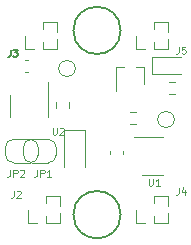
<source format=gbr>
G04 #@! TF.GenerationSoftware,KiCad,Pcbnew,5.1.8*
G04 #@! TF.CreationDate,2020-11-15T22:35:16+01:00*
G04 #@! TF.ProjectId,charging,63686172-6769-46e6-972e-6b696361645f,rev?*
G04 #@! TF.SameCoordinates,PX2fb84f0PY2fb84f0*
G04 #@! TF.FileFunction,Legend,Top*
G04 #@! TF.FilePolarity,Positive*
%FSLAX46Y46*%
G04 Gerber Fmt 4.6, Leading zero omitted, Abs format (unit mm)*
G04 Created by KiCad (PCBNEW 5.1.8) date 2020-11-15 22:35:16*
%MOMM*%
%LPD*%
G01*
G04 APERTURE LIST*
%ADD10C,0.120000*%
%ADD11C,0.150000*%
G04 APERTURE END LIST*
D10*
X3304000Y-8476000D02*
X3304000Y-7366000D01*
X4064000Y-8476000D02*
X3304000Y-8476000D01*
X4824000Y-6802529D02*
X4824000Y-6256000D01*
X4824000Y-8476000D02*
X4824000Y-7929471D01*
X4824000Y-6256000D02*
X6029000Y-6256000D01*
X4824000Y-8476000D02*
X6029000Y-8476000D01*
X6029000Y-7058470D02*
X6029000Y-6256000D01*
X6029000Y-8476000D02*
X6029000Y-7673530D01*
X3304000Y6256000D02*
X3304000Y7366000D01*
X4064000Y6256000D02*
X3304000Y6256000D01*
X4824000Y7929471D02*
X4824000Y8476000D01*
X4824000Y6256000D02*
X4824000Y6802529D01*
X4824000Y8476000D02*
X6029000Y8476000D01*
X4824000Y6256000D02*
X6029000Y6256000D01*
X6029000Y7673530D02*
X6029000Y8476000D01*
X6029000Y6256000D02*
X6029000Y7058470D01*
X-6094000Y6256000D02*
X-6094000Y7366000D01*
X-5334000Y6256000D02*
X-6094000Y6256000D01*
X-4574000Y7929471D02*
X-4574000Y8476000D01*
X-4574000Y6256000D02*
X-4574000Y6802529D01*
X-4574000Y8476000D02*
X-3369000Y8476000D01*
X-4574000Y6256000D02*
X-3369000Y6256000D01*
X-3369000Y7673530D02*
X-3369000Y8476000D01*
X-3369000Y6256000D02*
X-3369000Y7058470D01*
X-5840000Y-8476000D02*
X-5840000Y-7366000D01*
X-5080000Y-8476000D02*
X-5840000Y-8476000D01*
X-4320000Y-6802529D02*
X-4320000Y-6256000D01*
X-4320000Y-8476000D02*
X-4320000Y-7929471D01*
X-4320000Y-6256000D02*
X-3115000Y-6256000D01*
X-4320000Y-8476000D02*
X-3115000Y-8476000D01*
X-3115000Y-7058470D02*
X-3115000Y-6256000D01*
X-3115000Y-8476000D02*
X-3115000Y-7673530D01*
X-1840000Y4572000D02*
G75*
G03*
X-1840000Y4572000I-700000J0D01*
G01*
X6542000Y254000D02*
G75*
G03*
X6542000Y254000I-700000J0D01*
G01*
D11*
X2000000Y7800000D02*
G75*
G03*
X2000000Y7800000I-2000000J0D01*
G01*
X2000000Y-7800000D02*
G75*
G03*
X2000000Y-7800000I-2000000J0D01*
G01*
D10*
X3302724Y-141500D02*
X2793276Y-141500D01*
X3302724Y903500D02*
X2793276Y903500D01*
X3294000Y4667000D02*
X3954000Y4667000D01*
X1634000Y4667000D02*
X2294000Y4667000D01*
X1634000Y4667000D02*
X1634000Y2637000D01*
X3954000Y3257000D02*
X3954000Y4667000D01*
X-6241000Y-2113000D02*
G75*
G02*
X-5541000Y-1413000I700000J0D01*
G01*
X-5541000Y-3413000D02*
G75*
G02*
X-6241000Y-2713000I0J700000D01*
G01*
X-3441000Y-2713000D02*
G75*
G02*
X-4141000Y-3413000I-700000J0D01*
G01*
X-4141000Y-1413000D02*
G75*
G02*
X-3441000Y-2113000I0J-700000D01*
G01*
X-6241000Y-2713000D02*
X-6241000Y-2113000D01*
X-4141000Y-3413000D02*
X-5541000Y-3413000D01*
X-3441000Y-2113000D02*
X-3441000Y-2713000D01*
X-5541000Y-1413000D02*
X-4141000Y-1413000D01*
X-4965000Y-2713000D02*
G75*
G02*
X-5665000Y-3413000I-700000J0D01*
G01*
X-5665000Y-1413000D02*
G75*
G02*
X-4965000Y-2113000I0J-700000D01*
G01*
X-7765000Y-2113000D02*
G75*
G02*
X-7065000Y-1413000I700000J0D01*
G01*
X-7065000Y-3413000D02*
G75*
G02*
X-7765000Y-2713000I0J700000D01*
G01*
X-4965000Y-2113000D02*
X-4965000Y-2713000D01*
X-7065000Y-1413000D02*
X-5665000Y-1413000D01*
X-7765000Y-2713000D02*
X-7765000Y-2113000D01*
X-5665000Y-3413000D02*
X-7065000Y-3413000D01*
X-3443500Y1269276D02*
X-3443500Y1778724D01*
X-2398500Y1269276D02*
X-2398500Y1778724D01*
X3799000Y-4404000D02*
X5599000Y-4404000D01*
X5599000Y-1184000D02*
X3149000Y-1184000D01*
X6095276Y3443500D02*
X6604724Y3443500D01*
X6095276Y2398500D02*
X6604724Y2398500D01*
X-7325000Y2297000D02*
X-7325000Y497000D01*
X-4105000Y497000D02*
X-4105000Y3447000D01*
X-1055000Y-640000D02*
X-2755000Y-640000D01*
X-2755000Y-640000D02*
X-2755000Y-3790000D01*
X-1055000Y-640000D02*
X-1055000Y-3790000D01*
X-6115267Y5336000D02*
X-5822733Y5336000D01*
X-6115267Y4316000D02*
X-5822733Y4316000D01*
X7150000Y5561000D02*
X4690000Y5561000D01*
X4690000Y5561000D02*
X4690000Y4091000D01*
X4690000Y4091000D02*
X7150000Y4091000D01*
X2161000Y-2393733D02*
X2161000Y-2686267D01*
X1141000Y-2393733D02*
X1141000Y-2686267D01*
X6912000Y-5513428D02*
X6912000Y-5942000D01*
X6883428Y-6027714D01*
X6826285Y-6084857D01*
X6740571Y-6113428D01*
X6683428Y-6113428D01*
X7454857Y-5713428D02*
X7454857Y-6113428D01*
X7312000Y-5484857D02*
X7169142Y-5913428D01*
X7540571Y-5913428D01*
X6912000Y6424572D02*
X6912000Y5996000D01*
X6883428Y5910286D01*
X6826285Y5853143D01*
X6740571Y5824572D01*
X6683428Y5824572D01*
X7483428Y6424572D02*
X7197714Y6424572D01*
X7169142Y6138858D01*
X7197714Y6167429D01*
X7254857Y6196000D01*
X7397714Y6196000D01*
X7454857Y6167429D01*
X7483428Y6138858D01*
X7512000Y6081715D01*
X7512000Y5938858D01*
X7483428Y5881715D01*
X7454857Y5853143D01*
X7397714Y5824572D01*
X7254857Y5824572D01*
X7197714Y5853143D01*
X7169142Y5881715D01*
D11*
X-7312000Y6170572D02*
X-7312000Y5742000D01*
X-7340572Y5656286D01*
X-7397715Y5599143D01*
X-7483429Y5570572D01*
X-7540572Y5570572D01*
X-7083429Y6170572D02*
X-6712000Y6170572D01*
X-6912000Y5942000D01*
X-6826286Y5942000D01*
X-6769143Y5913429D01*
X-6740572Y5884858D01*
X-6712000Y5827715D01*
X-6712000Y5684858D01*
X-6740572Y5627715D01*
X-6769143Y5599143D01*
X-6826286Y5570572D01*
X-6997715Y5570572D01*
X-7054858Y5599143D01*
X-7083429Y5627715D01*
D10*
X-7058000Y-5767428D02*
X-7058000Y-6196000D01*
X-7086572Y-6281714D01*
X-7143715Y-6338857D01*
X-7229429Y-6367428D01*
X-7286572Y-6367428D01*
X-6800858Y-5824571D02*
X-6772286Y-5796000D01*
X-6715143Y-5767428D01*
X-6572286Y-5767428D01*
X-6515143Y-5796000D01*
X-6486572Y-5824571D01*
X-6458000Y-5881714D01*
X-6458000Y-5938857D01*
X-6486572Y-6024571D01*
X-6829429Y-6367428D01*
X-6458000Y-6367428D01*
X-5072000Y-3989428D02*
X-5072000Y-4418000D01*
X-5100572Y-4503714D01*
X-5157715Y-4560857D01*
X-5243429Y-4589428D01*
X-5300572Y-4589428D01*
X-4786286Y-4589428D02*
X-4786286Y-3989428D01*
X-4557715Y-3989428D01*
X-4500572Y-4018000D01*
X-4472000Y-4046571D01*
X-4443429Y-4103714D01*
X-4443429Y-4189428D01*
X-4472000Y-4246571D01*
X-4500572Y-4275142D01*
X-4557715Y-4303714D01*
X-4786286Y-4303714D01*
X-3872000Y-4589428D02*
X-4214858Y-4589428D01*
X-4043429Y-4589428D02*
X-4043429Y-3989428D01*
X-4100572Y-4075142D01*
X-4157715Y-4132285D01*
X-4214858Y-4160857D01*
X-7358000Y-3989428D02*
X-7358000Y-4418000D01*
X-7386572Y-4503714D01*
X-7443715Y-4560857D01*
X-7529429Y-4589428D01*
X-7586572Y-4589428D01*
X-7072286Y-4589428D02*
X-7072286Y-3989428D01*
X-6843715Y-3989428D01*
X-6786572Y-4018000D01*
X-6758000Y-4046571D01*
X-6729429Y-4103714D01*
X-6729429Y-4189428D01*
X-6758000Y-4246571D01*
X-6786572Y-4275142D01*
X-6843715Y-4303714D01*
X-7072286Y-4303714D01*
X-6500858Y-4046571D02*
X-6472286Y-4018000D01*
X-6415143Y-3989428D01*
X-6272286Y-3989428D01*
X-6215143Y-4018000D01*
X-6186572Y-4046571D01*
X-6158000Y-4103714D01*
X-6158000Y-4160857D01*
X-6186572Y-4246571D01*
X-6529429Y-4589428D01*
X-6158000Y-4589428D01*
X4368857Y-4751428D02*
X4368857Y-5237142D01*
X4397428Y-5294285D01*
X4426000Y-5322857D01*
X4483142Y-5351428D01*
X4597428Y-5351428D01*
X4654571Y-5322857D01*
X4683142Y-5294285D01*
X4711714Y-5237142D01*
X4711714Y-4751428D01*
X5311714Y-5351428D02*
X4968857Y-5351428D01*
X5140285Y-5351428D02*
X5140285Y-4751428D01*
X5083142Y-4837142D01*
X5026000Y-4894285D01*
X4968857Y-4922857D01*
X-3759143Y-433428D02*
X-3759143Y-919142D01*
X-3730572Y-976285D01*
X-3702000Y-1004857D01*
X-3644858Y-1033428D01*
X-3530572Y-1033428D01*
X-3473429Y-1004857D01*
X-3444858Y-976285D01*
X-3416286Y-919142D01*
X-3416286Y-433428D01*
X-3159143Y-490571D02*
X-3130572Y-462000D01*
X-3073429Y-433428D01*
X-2930572Y-433428D01*
X-2873429Y-462000D01*
X-2844858Y-490571D01*
X-2816286Y-547714D01*
X-2816286Y-604857D01*
X-2844858Y-690571D01*
X-3187715Y-1033428D01*
X-2816286Y-1033428D01*
M02*

</source>
